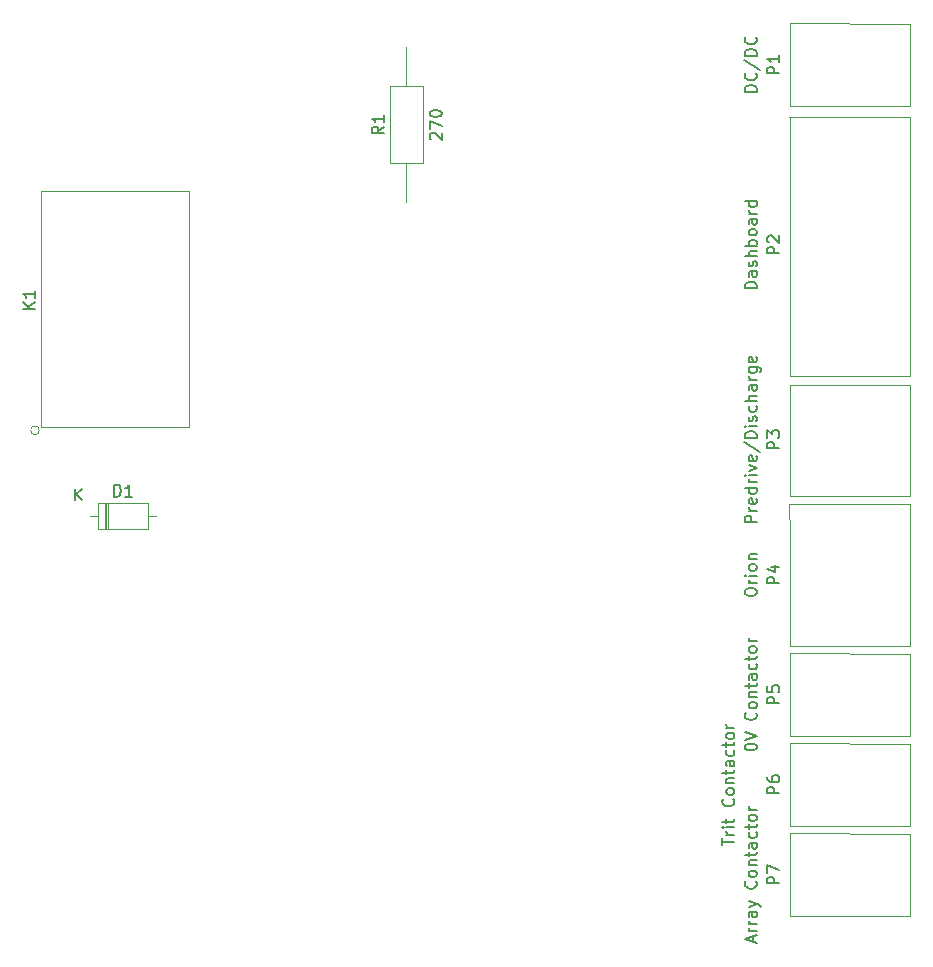
<source format=gbr>
G04 #@! TF.GenerationSoftware,KiCad,Pcbnew,(5.1.4)-1*
G04 #@! TF.CreationDate,2019-09-08T23:37:15+01:00*
G04 #@! TF.ProjectId,SafeBoard,53616665-426f-4617-9264-2e6b69636164,rev?*
G04 #@! TF.SameCoordinates,Original*
G04 #@! TF.FileFunction,Legend,Top*
G04 #@! TF.FilePolarity,Positive*
%FSLAX46Y46*%
G04 Gerber Fmt 4.6, Leading zero omitted, Abs format (unit mm)*
G04 Created by KiCad (PCBNEW (5.1.4)-1) date 2019-09-08 23:37:15*
%MOMM*%
%LPD*%
G04 APERTURE LIST*
%ADD10C,0.120000*%
%ADD11C,0.150000*%
G04 APERTURE END LIST*
D10*
X146432000Y-96312000D02*
X146432000Y-98552000D01*
X146432000Y-98552000D02*
X150672000Y-98552000D01*
X150672000Y-98552000D02*
X150672000Y-96312000D01*
X150672000Y-96312000D02*
X146432000Y-96312000D01*
X145782000Y-97432000D02*
X146432000Y-97432000D01*
X151322000Y-97432000D02*
X150672000Y-97432000D01*
X147152000Y-96312000D02*
X147152000Y-98552000D01*
X147272000Y-96312000D02*
X147272000Y-98552000D01*
X147032000Y-96312000D02*
X147032000Y-98552000D01*
X205003500Y-62697500D02*
X205003500Y-55712500D01*
X205003500Y-55712500D02*
X215163500Y-55776000D01*
X215163500Y-55776000D02*
X215163500Y-62697500D01*
X215163500Y-62697500D02*
X205003500Y-62697500D01*
X205003500Y-85557500D02*
X205003500Y-63635000D01*
X215163500Y-63635000D02*
X215163500Y-85557500D01*
X215163500Y-85557500D02*
X205003500Y-85557500D01*
X204940000Y-63635000D02*
X215227000Y-63635000D01*
X205003500Y-95717500D02*
X205003500Y-88732500D01*
X205003500Y-86295000D02*
X215163500Y-86295000D01*
X215163500Y-88796000D02*
X215163500Y-95717500D01*
X215163500Y-95717500D02*
X205003500Y-95717500D01*
X205003500Y-86295000D02*
X205003500Y-88732500D01*
X215163500Y-86295000D02*
X215163500Y-88796000D01*
X205003500Y-108417500D02*
X205003500Y-101432500D01*
X215163500Y-101496000D02*
X215163500Y-108417500D01*
X215163500Y-108417500D02*
X205003500Y-108417500D01*
X205003500Y-98995000D02*
X205003500Y-101432500D01*
X215163500Y-98995000D02*
X215163500Y-101496000D01*
X205003500Y-98995000D02*
X204940000Y-96416000D01*
X204940000Y-96416000D02*
X215227000Y-96416000D01*
X215227000Y-96416000D02*
X215163500Y-98995000D01*
X215163500Y-116037500D02*
X205003500Y-116037500D01*
X215163500Y-109116000D02*
X215163500Y-116037500D01*
X205003500Y-109052500D02*
X215163500Y-109116000D01*
X205003500Y-116037500D02*
X205003500Y-109052500D01*
X205003500Y-123657500D02*
X205003500Y-116672500D01*
X205003500Y-116672500D02*
X215163500Y-116736000D01*
X215163500Y-116736000D02*
X215163500Y-123657500D01*
X215163500Y-123657500D02*
X205003500Y-123657500D01*
X215163500Y-131277500D02*
X205003500Y-131277500D01*
X215163500Y-124356000D02*
X215163500Y-131277500D01*
X205003500Y-124292500D02*
X215163500Y-124356000D01*
X205003500Y-131277500D02*
X205003500Y-124292500D01*
X171185000Y-67555000D02*
X173925000Y-67555000D01*
X173925000Y-67555000D02*
X173925000Y-61015000D01*
X173925000Y-61015000D02*
X171185000Y-61015000D01*
X171185000Y-61015000D02*
X171185000Y-67555000D01*
X172555000Y-70865000D02*
X172555000Y-67555000D01*
X172555000Y-57705000D02*
X172555000Y-61015000D01*
X154165400Y-89913600D02*
X141617800Y-89913600D01*
X141617800Y-89913600D02*
X141617800Y-69898400D01*
X141617800Y-69898400D02*
X154165400Y-69898400D01*
X154165400Y-69898400D02*
X154165400Y-89913600D01*
X141479630Y-90167600D02*
G75*
G03X141479630Y-90167600I-369830J0D01*
G01*
D11*
X147813904Y-95764380D02*
X147813904Y-94764380D01*
X148052000Y-94764380D01*
X148194857Y-94812000D01*
X148290095Y-94907238D01*
X148337714Y-95002476D01*
X148385333Y-95192952D01*
X148385333Y-95335809D01*
X148337714Y-95526285D01*
X148290095Y-95621523D01*
X148194857Y-95716761D01*
X148052000Y-95764380D01*
X147813904Y-95764380D01*
X149337714Y-95764380D02*
X148766285Y-95764380D01*
X149052000Y-95764380D02*
X149052000Y-94764380D01*
X148956761Y-94907238D01*
X148861523Y-95002476D01*
X148766285Y-95050095D01*
X144480095Y-96084380D02*
X144480095Y-95084380D01*
X145051523Y-96084380D02*
X144622952Y-95512952D01*
X145051523Y-95084380D02*
X144480095Y-95655809D01*
X204122380Y-59943095D02*
X203122380Y-59943095D01*
X203122380Y-59562142D01*
X203170000Y-59466904D01*
X203217619Y-59419285D01*
X203312857Y-59371666D01*
X203455714Y-59371666D01*
X203550952Y-59419285D01*
X203598571Y-59466904D01*
X203646190Y-59562142D01*
X203646190Y-59943095D01*
X204122380Y-58419285D02*
X204122380Y-58990714D01*
X204122380Y-58705000D02*
X203122380Y-58705000D01*
X203265238Y-58800238D01*
X203360476Y-58895476D01*
X203408095Y-58990714D01*
X202217380Y-61490714D02*
X201217380Y-61490714D01*
X201217380Y-61252619D01*
X201265000Y-61109761D01*
X201360238Y-61014523D01*
X201455476Y-60966904D01*
X201645952Y-60919285D01*
X201788809Y-60919285D01*
X201979285Y-60966904D01*
X202074523Y-61014523D01*
X202169761Y-61109761D01*
X202217380Y-61252619D01*
X202217380Y-61490714D01*
X202122142Y-59919285D02*
X202169761Y-59966904D01*
X202217380Y-60109761D01*
X202217380Y-60205000D01*
X202169761Y-60347857D01*
X202074523Y-60443095D01*
X201979285Y-60490714D01*
X201788809Y-60538333D01*
X201645952Y-60538333D01*
X201455476Y-60490714D01*
X201360238Y-60443095D01*
X201265000Y-60347857D01*
X201217380Y-60205000D01*
X201217380Y-60109761D01*
X201265000Y-59966904D01*
X201312619Y-59919285D01*
X201169761Y-58776428D02*
X202455476Y-59633571D01*
X202217380Y-58443095D02*
X201217380Y-58443095D01*
X201217380Y-58205000D01*
X201265000Y-58062142D01*
X201360238Y-57966904D01*
X201455476Y-57919285D01*
X201645952Y-57871666D01*
X201788809Y-57871666D01*
X201979285Y-57919285D01*
X202074523Y-57966904D01*
X202169761Y-58062142D01*
X202217380Y-58205000D01*
X202217380Y-58443095D01*
X202122142Y-56871666D02*
X202169761Y-56919285D01*
X202217380Y-57062142D01*
X202217380Y-57157380D01*
X202169761Y-57300238D01*
X202074523Y-57395476D01*
X201979285Y-57443095D01*
X201788809Y-57490714D01*
X201645952Y-57490714D01*
X201455476Y-57443095D01*
X201360238Y-57395476D01*
X201265000Y-57300238D01*
X201217380Y-57157380D01*
X201217380Y-57062142D01*
X201265000Y-56919285D01*
X201312619Y-56871666D01*
X204122380Y-75183095D02*
X203122380Y-75183095D01*
X203122380Y-74802142D01*
X203170000Y-74706904D01*
X203217619Y-74659285D01*
X203312857Y-74611666D01*
X203455714Y-74611666D01*
X203550952Y-74659285D01*
X203598571Y-74706904D01*
X203646190Y-74802142D01*
X203646190Y-75183095D01*
X203217619Y-74230714D02*
X203170000Y-74183095D01*
X203122380Y-74087857D01*
X203122380Y-73849761D01*
X203170000Y-73754523D01*
X203217619Y-73706904D01*
X203312857Y-73659285D01*
X203408095Y-73659285D01*
X203550952Y-73706904D01*
X204122380Y-74278333D01*
X204122380Y-73659285D01*
X202217380Y-78135476D02*
X201217380Y-78135476D01*
X201217380Y-77897380D01*
X201265000Y-77754523D01*
X201360238Y-77659285D01*
X201455476Y-77611666D01*
X201645952Y-77564047D01*
X201788809Y-77564047D01*
X201979285Y-77611666D01*
X202074523Y-77659285D01*
X202169761Y-77754523D01*
X202217380Y-77897380D01*
X202217380Y-78135476D01*
X202217380Y-76706904D02*
X201693571Y-76706904D01*
X201598333Y-76754523D01*
X201550714Y-76849761D01*
X201550714Y-77040238D01*
X201598333Y-77135476D01*
X202169761Y-76706904D02*
X202217380Y-76802142D01*
X202217380Y-77040238D01*
X202169761Y-77135476D01*
X202074523Y-77183095D01*
X201979285Y-77183095D01*
X201884047Y-77135476D01*
X201836428Y-77040238D01*
X201836428Y-76802142D01*
X201788809Y-76706904D01*
X202169761Y-76278333D02*
X202217380Y-76183095D01*
X202217380Y-75992619D01*
X202169761Y-75897380D01*
X202074523Y-75849761D01*
X202026904Y-75849761D01*
X201931666Y-75897380D01*
X201884047Y-75992619D01*
X201884047Y-76135476D01*
X201836428Y-76230714D01*
X201741190Y-76278333D01*
X201693571Y-76278333D01*
X201598333Y-76230714D01*
X201550714Y-76135476D01*
X201550714Y-75992619D01*
X201598333Y-75897380D01*
X202217380Y-75421190D02*
X201217380Y-75421190D01*
X202217380Y-74992619D02*
X201693571Y-74992619D01*
X201598333Y-75040238D01*
X201550714Y-75135476D01*
X201550714Y-75278333D01*
X201598333Y-75373571D01*
X201645952Y-75421190D01*
X202217380Y-74516428D02*
X201217380Y-74516428D01*
X201598333Y-74516428D02*
X201550714Y-74421190D01*
X201550714Y-74230714D01*
X201598333Y-74135476D01*
X201645952Y-74087857D01*
X201741190Y-74040238D01*
X202026904Y-74040238D01*
X202122142Y-74087857D01*
X202169761Y-74135476D01*
X202217380Y-74230714D01*
X202217380Y-74421190D01*
X202169761Y-74516428D01*
X202217380Y-73468809D02*
X202169761Y-73564047D01*
X202122142Y-73611666D01*
X202026904Y-73659285D01*
X201741190Y-73659285D01*
X201645952Y-73611666D01*
X201598333Y-73564047D01*
X201550714Y-73468809D01*
X201550714Y-73325952D01*
X201598333Y-73230714D01*
X201645952Y-73183095D01*
X201741190Y-73135476D01*
X202026904Y-73135476D01*
X202122142Y-73183095D01*
X202169761Y-73230714D01*
X202217380Y-73325952D01*
X202217380Y-73468809D01*
X202217380Y-72278333D02*
X201693571Y-72278333D01*
X201598333Y-72325952D01*
X201550714Y-72421190D01*
X201550714Y-72611666D01*
X201598333Y-72706904D01*
X202169761Y-72278333D02*
X202217380Y-72373571D01*
X202217380Y-72611666D01*
X202169761Y-72706904D01*
X202074523Y-72754523D01*
X201979285Y-72754523D01*
X201884047Y-72706904D01*
X201836428Y-72611666D01*
X201836428Y-72373571D01*
X201788809Y-72278333D01*
X202217380Y-71802142D02*
X201550714Y-71802142D01*
X201741190Y-71802142D02*
X201645952Y-71754523D01*
X201598333Y-71706904D01*
X201550714Y-71611666D01*
X201550714Y-71516428D01*
X202217380Y-70754523D02*
X201217380Y-70754523D01*
X202169761Y-70754523D02*
X202217380Y-70849761D01*
X202217380Y-71040238D01*
X202169761Y-71135476D01*
X202122142Y-71183095D01*
X202026904Y-71230714D01*
X201741190Y-71230714D01*
X201645952Y-71183095D01*
X201598333Y-71135476D01*
X201550714Y-71040238D01*
X201550714Y-70849761D01*
X201598333Y-70754523D01*
X204122380Y-91693095D02*
X203122380Y-91693095D01*
X203122380Y-91312142D01*
X203170000Y-91216904D01*
X203217619Y-91169285D01*
X203312857Y-91121666D01*
X203455714Y-91121666D01*
X203550952Y-91169285D01*
X203598571Y-91216904D01*
X203646190Y-91312142D01*
X203646190Y-91693095D01*
X203122380Y-90788333D02*
X203122380Y-90169285D01*
X203503333Y-90502619D01*
X203503333Y-90359761D01*
X203550952Y-90264523D01*
X203598571Y-90216904D01*
X203693809Y-90169285D01*
X203931904Y-90169285D01*
X204027142Y-90216904D01*
X204074761Y-90264523D01*
X204122380Y-90359761D01*
X204122380Y-90645476D01*
X204074761Y-90740714D01*
X204027142Y-90788333D01*
X202217380Y-97955000D02*
X201217380Y-97955000D01*
X201217380Y-97574047D01*
X201265000Y-97478809D01*
X201312619Y-97431190D01*
X201407857Y-97383571D01*
X201550714Y-97383571D01*
X201645952Y-97431190D01*
X201693571Y-97478809D01*
X201741190Y-97574047D01*
X201741190Y-97955000D01*
X202217380Y-96955000D02*
X201550714Y-96955000D01*
X201741190Y-96955000D02*
X201645952Y-96907380D01*
X201598333Y-96859761D01*
X201550714Y-96764523D01*
X201550714Y-96669285D01*
X202169761Y-95955000D02*
X202217380Y-96050238D01*
X202217380Y-96240714D01*
X202169761Y-96335952D01*
X202074523Y-96383571D01*
X201693571Y-96383571D01*
X201598333Y-96335952D01*
X201550714Y-96240714D01*
X201550714Y-96050238D01*
X201598333Y-95955000D01*
X201693571Y-95907380D01*
X201788809Y-95907380D01*
X201884047Y-96383571D01*
X202217380Y-95050238D02*
X201217380Y-95050238D01*
X202169761Y-95050238D02*
X202217380Y-95145476D01*
X202217380Y-95335952D01*
X202169761Y-95431190D01*
X202122142Y-95478809D01*
X202026904Y-95526428D01*
X201741190Y-95526428D01*
X201645952Y-95478809D01*
X201598333Y-95431190D01*
X201550714Y-95335952D01*
X201550714Y-95145476D01*
X201598333Y-95050238D01*
X202217380Y-94574047D02*
X201550714Y-94574047D01*
X201741190Y-94574047D02*
X201645952Y-94526428D01*
X201598333Y-94478809D01*
X201550714Y-94383571D01*
X201550714Y-94288333D01*
X202217380Y-93955000D02*
X201550714Y-93955000D01*
X201217380Y-93955000D02*
X201265000Y-94002619D01*
X201312619Y-93955000D01*
X201265000Y-93907380D01*
X201217380Y-93955000D01*
X201312619Y-93955000D01*
X201550714Y-93574047D02*
X202217380Y-93335952D01*
X201550714Y-93097857D01*
X202169761Y-92335952D02*
X202217380Y-92431190D01*
X202217380Y-92621666D01*
X202169761Y-92716904D01*
X202074523Y-92764523D01*
X201693571Y-92764523D01*
X201598333Y-92716904D01*
X201550714Y-92621666D01*
X201550714Y-92431190D01*
X201598333Y-92335952D01*
X201693571Y-92288333D01*
X201788809Y-92288333D01*
X201884047Y-92764523D01*
X201169761Y-91145476D02*
X202455476Y-92002619D01*
X202217380Y-90812142D02*
X201217380Y-90812142D01*
X201217380Y-90574047D01*
X201265000Y-90431190D01*
X201360238Y-90335952D01*
X201455476Y-90288333D01*
X201645952Y-90240714D01*
X201788809Y-90240714D01*
X201979285Y-90288333D01*
X202074523Y-90335952D01*
X202169761Y-90431190D01*
X202217380Y-90574047D01*
X202217380Y-90812142D01*
X202217380Y-89812142D02*
X201550714Y-89812142D01*
X201217380Y-89812142D02*
X201265000Y-89859761D01*
X201312619Y-89812142D01*
X201265000Y-89764523D01*
X201217380Y-89812142D01*
X201312619Y-89812142D01*
X202169761Y-89383571D02*
X202217380Y-89288333D01*
X202217380Y-89097857D01*
X202169761Y-89002619D01*
X202074523Y-88955000D01*
X202026904Y-88955000D01*
X201931666Y-89002619D01*
X201884047Y-89097857D01*
X201884047Y-89240714D01*
X201836428Y-89335952D01*
X201741190Y-89383571D01*
X201693571Y-89383571D01*
X201598333Y-89335952D01*
X201550714Y-89240714D01*
X201550714Y-89097857D01*
X201598333Y-89002619D01*
X202169761Y-88097857D02*
X202217380Y-88193095D01*
X202217380Y-88383571D01*
X202169761Y-88478809D01*
X202122142Y-88526428D01*
X202026904Y-88574047D01*
X201741190Y-88574047D01*
X201645952Y-88526428D01*
X201598333Y-88478809D01*
X201550714Y-88383571D01*
X201550714Y-88193095D01*
X201598333Y-88097857D01*
X202217380Y-87669285D02*
X201217380Y-87669285D01*
X202217380Y-87240714D02*
X201693571Y-87240714D01*
X201598333Y-87288333D01*
X201550714Y-87383571D01*
X201550714Y-87526428D01*
X201598333Y-87621666D01*
X201645952Y-87669285D01*
X202217380Y-86335952D02*
X201693571Y-86335952D01*
X201598333Y-86383571D01*
X201550714Y-86478809D01*
X201550714Y-86669285D01*
X201598333Y-86764523D01*
X202169761Y-86335952D02*
X202217380Y-86431190D01*
X202217380Y-86669285D01*
X202169761Y-86764523D01*
X202074523Y-86812142D01*
X201979285Y-86812142D01*
X201884047Y-86764523D01*
X201836428Y-86669285D01*
X201836428Y-86431190D01*
X201788809Y-86335952D01*
X202217380Y-85859761D02*
X201550714Y-85859761D01*
X201741190Y-85859761D02*
X201645952Y-85812142D01*
X201598333Y-85764523D01*
X201550714Y-85669285D01*
X201550714Y-85574047D01*
X201550714Y-84812142D02*
X202360238Y-84812142D01*
X202455476Y-84859761D01*
X202503095Y-84907380D01*
X202550714Y-85002619D01*
X202550714Y-85145476D01*
X202503095Y-85240714D01*
X202169761Y-84812142D02*
X202217380Y-84907380D01*
X202217380Y-85097857D01*
X202169761Y-85193095D01*
X202122142Y-85240714D01*
X202026904Y-85288333D01*
X201741190Y-85288333D01*
X201645952Y-85240714D01*
X201598333Y-85193095D01*
X201550714Y-85097857D01*
X201550714Y-84907380D01*
X201598333Y-84812142D01*
X202169761Y-83955000D02*
X202217380Y-84050238D01*
X202217380Y-84240714D01*
X202169761Y-84335952D01*
X202074523Y-84383571D01*
X201693571Y-84383571D01*
X201598333Y-84335952D01*
X201550714Y-84240714D01*
X201550714Y-84050238D01*
X201598333Y-83955000D01*
X201693571Y-83907380D01*
X201788809Y-83907380D01*
X201884047Y-84383571D01*
X204122380Y-103123095D02*
X203122380Y-103123095D01*
X203122380Y-102742142D01*
X203170000Y-102646904D01*
X203217619Y-102599285D01*
X203312857Y-102551666D01*
X203455714Y-102551666D01*
X203550952Y-102599285D01*
X203598571Y-102646904D01*
X203646190Y-102742142D01*
X203646190Y-103123095D01*
X203455714Y-101694523D02*
X204122380Y-101694523D01*
X203074761Y-101932619D02*
X203789047Y-102170714D01*
X203789047Y-101551666D01*
X201217380Y-103932619D02*
X201217380Y-103742142D01*
X201265000Y-103646904D01*
X201360238Y-103551666D01*
X201550714Y-103504047D01*
X201884047Y-103504047D01*
X202074523Y-103551666D01*
X202169761Y-103646904D01*
X202217380Y-103742142D01*
X202217380Y-103932619D01*
X202169761Y-104027857D01*
X202074523Y-104123095D01*
X201884047Y-104170714D01*
X201550714Y-104170714D01*
X201360238Y-104123095D01*
X201265000Y-104027857D01*
X201217380Y-103932619D01*
X202217380Y-103075476D02*
X201550714Y-103075476D01*
X201741190Y-103075476D02*
X201645952Y-103027857D01*
X201598333Y-102980238D01*
X201550714Y-102885000D01*
X201550714Y-102789761D01*
X202217380Y-102456428D02*
X201550714Y-102456428D01*
X201217380Y-102456428D02*
X201265000Y-102504047D01*
X201312619Y-102456428D01*
X201265000Y-102408809D01*
X201217380Y-102456428D01*
X201312619Y-102456428D01*
X202217380Y-101837380D02*
X202169761Y-101932619D01*
X202122142Y-101980238D01*
X202026904Y-102027857D01*
X201741190Y-102027857D01*
X201645952Y-101980238D01*
X201598333Y-101932619D01*
X201550714Y-101837380D01*
X201550714Y-101694523D01*
X201598333Y-101599285D01*
X201645952Y-101551666D01*
X201741190Y-101504047D01*
X202026904Y-101504047D01*
X202122142Y-101551666D01*
X202169761Y-101599285D01*
X202217380Y-101694523D01*
X202217380Y-101837380D01*
X201550714Y-101075476D02*
X202217380Y-101075476D01*
X201645952Y-101075476D02*
X201598333Y-101027857D01*
X201550714Y-100932619D01*
X201550714Y-100789761D01*
X201598333Y-100694523D01*
X201693571Y-100646904D01*
X202217380Y-100646904D01*
X204122380Y-113283095D02*
X203122380Y-113283095D01*
X203122380Y-112902142D01*
X203170000Y-112806904D01*
X203217619Y-112759285D01*
X203312857Y-112711666D01*
X203455714Y-112711666D01*
X203550952Y-112759285D01*
X203598571Y-112806904D01*
X203646190Y-112902142D01*
X203646190Y-113283095D01*
X203122380Y-111806904D02*
X203122380Y-112283095D01*
X203598571Y-112330714D01*
X203550952Y-112283095D01*
X203503333Y-112187857D01*
X203503333Y-111949761D01*
X203550952Y-111854523D01*
X203598571Y-111806904D01*
X203693809Y-111759285D01*
X203931904Y-111759285D01*
X204027142Y-111806904D01*
X204074761Y-111854523D01*
X204122380Y-111949761D01*
X204122380Y-112187857D01*
X204074761Y-112283095D01*
X204027142Y-112330714D01*
X201217380Y-117021190D02*
X201217380Y-116925952D01*
X201265000Y-116830714D01*
X201312619Y-116783095D01*
X201407857Y-116735476D01*
X201598333Y-116687857D01*
X201836428Y-116687857D01*
X202026904Y-116735476D01*
X202122142Y-116783095D01*
X202169761Y-116830714D01*
X202217380Y-116925952D01*
X202217380Y-117021190D01*
X202169761Y-117116428D01*
X202122142Y-117164047D01*
X202026904Y-117211666D01*
X201836428Y-117259285D01*
X201598333Y-117259285D01*
X201407857Y-117211666D01*
X201312619Y-117164047D01*
X201265000Y-117116428D01*
X201217380Y-117021190D01*
X201217380Y-116402142D02*
X202217380Y-116068809D01*
X201217380Y-115735476D01*
X202122142Y-114068809D02*
X202169761Y-114116428D01*
X202217380Y-114259285D01*
X202217380Y-114354523D01*
X202169761Y-114497380D01*
X202074523Y-114592619D01*
X201979285Y-114640238D01*
X201788809Y-114687857D01*
X201645952Y-114687857D01*
X201455476Y-114640238D01*
X201360238Y-114592619D01*
X201265000Y-114497380D01*
X201217380Y-114354523D01*
X201217380Y-114259285D01*
X201265000Y-114116428D01*
X201312619Y-114068809D01*
X202217380Y-113497380D02*
X202169761Y-113592619D01*
X202122142Y-113640238D01*
X202026904Y-113687857D01*
X201741190Y-113687857D01*
X201645952Y-113640238D01*
X201598333Y-113592619D01*
X201550714Y-113497380D01*
X201550714Y-113354523D01*
X201598333Y-113259285D01*
X201645952Y-113211666D01*
X201741190Y-113164047D01*
X202026904Y-113164047D01*
X202122142Y-113211666D01*
X202169761Y-113259285D01*
X202217380Y-113354523D01*
X202217380Y-113497380D01*
X201550714Y-112735476D02*
X202217380Y-112735476D01*
X201645952Y-112735476D02*
X201598333Y-112687857D01*
X201550714Y-112592619D01*
X201550714Y-112449761D01*
X201598333Y-112354523D01*
X201693571Y-112306904D01*
X202217380Y-112306904D01*
X201550714Y-111973571D02*
X201550714Y-111592619D01*
X201217380Y-111830714D02*
X202074523Y-111830714D01*
X202169761Y-111783095D01*
X202217380Y-111687857D01*
X202217380Y-111592619D01*
X202217380Y-110830714D02*
X201693571Y-110830714D01*
X201598333Y-110878333D01*
X201550714Y-110973571D01*
X201550714Y-111164047D01*
X201598333Y-111259285D01*
X202169761Y-110830714D02*
X202217380Y-110925952D01*
X202217380Y-111164047D01*
X202169761Y-111259285D01*
X202074523Y-111306904D01*
X201979285Y-111306904D01*
X201884047Y-111259285D01*
X201836428Y-111164047D01*
X201836428Y-110925952D01*
X201788809Y-110830714D01*
X202169761Y-109925952D02*
X202217380Y-110021190D01*
X202217380Y-110211666D01*
X202169761Y-110306904D01*
X202122142Y-110354523D01*
X202026904Y-110402142D01*
X201741190Y-110402142D01*
X201645952Y-110354523D01*
X201598333Y-110306904D01*
X201550714Y-110211666D01*
X201550714Y-110021190D01*
X201598333Y-109925952D01*
X201550714Y-109640238D02*
X201550714Y-109259285D01*
X201217380Y-109497380D02*
X202074523Y-109497380D01*
X202169761Y-109449761D01*
X202217380Y-109354523D01*
X202217380Y-109259285D01*
X202217380Y-108783095D02*
X202169761Y-108878333D01*
X202122142Y-108925952D01*
X202026904Y-108973571D01*
X201741190Y-108973571D01*
X201645952Y-108925952D01*
X201598333Y-108878333D01*
X201550714Y-108783095D01*
X201550714Y-108640238D01*
X201598333Y-108545000D01*
X201645952Y-108497380D01*
X201741190Y-108449761D01*
X202026904Y-108449761D01*
X202122142Y-108497380D01*
X202169761Y-108545000D01*
X202217380Y-108640238D01*
X202217380Y-108783095D01*
X202217380Y-108021190D02*
X201550714Y-108021190D01*
X201741190Y-108021190D02*
X201645952Y-107973571D01*
X201598333Y-107925952D01*
X201550714Y-107830714D01*
X201550714Y-107735476D01*
X204122380Y-120903095D02*
X203122380Y-120903095D01*
X203122380Y-120522142D01*
X203170000Y-120426904D01*
X203217619Y-120379285D01*
X203312857Y-120331666D01*
X203455714Y-120331666D01*
X203550952Y-120379285D01*
X203598571Y-120426904D01*
X203646190Y-120522142D01*
X203646190Y-120903095D01*
X203122380Y-119474523D02*
X203122380Y-119665000D01*
X203170000Y-119760238D01*
X203217619Y-119807857D01*
X203360476Y-119903095D01*
X203550952Y-119950714D01*
X203931904Y-119950714D01*
X204027142Y-119903095D01*
X204074761Y-119855476D01*
X204122380Y-119760238D01*
X204122380Y-119569761D01*
X204074761Y-119474523D01*
X204027142Y-119426904D01*
X203931904Y-119379285D01*
X203693809Y-119379285D01*
X203598571Y-119426904D01*
X203550952Y-119474523D01*
X203503333Y-119569761D01*
X203503333Y-119760238D01*
X203550952Y-119855476D01*
X203598571Y-119903095D01*
X203693809Y-119950714D01*
X199312380Y-125284047D02*
X199312380Y-124712619D01*
X200312380Y-124998333D02*
X199312380Y-124998333D01*
X200312380Y-124379285D02*
X199645714Y-124379285D01*
X199836190Y-124379285D02*
X199740952Y-124331666D01*
X199693333Y-124284047D01*
X199645714Y-124188809D01*
X199645714Y-124093571D01*
X200312380Y-123760238D02*
X199645714Y-123760238D01*
X199312380Y-123760238D02*
X199360000Y-123807857D01*
X199407619Y-123760238D01*
X199360000Y-123712619D01*
X199312380Y-123760238D01*
X199407619Y-123760238D01*
X199645714Y-123426904D02*
X199645714Y-123045952D01*
X199312380Y-123284047D02*
X200169523Y-123284047D01*
X200264761Y-123236428D01*
X200312380Y-123141190D01*
X200312380Y-123045952D01*
X200217142Y-121379285D02*
X200264761Y-121426904D01*
X200312380Y-121569761D01*
X200312380Y-121665000D01*
X200264761Y-121807857D01*
X200169523Y-121903095D01*
X200074285Y-121950714D01*
X199883809Y-121998333D01*
X199740952Y-121998333D01*
X199550476Y-121950714D01*
X199455238Y-121903095D01*
X199360000Y-121807857D01*
X199312380Y-121665000D01*
X199312380Y-121569761D01*
X199360000Y-121426904D01*
X199407619Y-121379285D01*
X200312380Y-120807857D02*
X200264761Y-120903095D01*
X200217142Y-120950714D01*
X200121904Y-120998333D01*
X199836190Y-120998333D01*
X199740952Y-120950714D01*
X199693333Y-120903095D01*
X199645714Y-120807857D01*
X199645714Y-120665000D01*
X199693333Y-120569761D01*
X199740952Y-120522142D01*
X199836190Y-120474523D01*
X200121904Y-120474523D01*
X200217142Y-120522142D01*
X200264761Y-120569761D01*
X200312380Y-120665000D01*
X200312380Y-120807857D01*
X199645714Y-120045952D02*
X200312380Y-120045952D01*
X199740952Y-120045952D02*
X199693333Y-119998333D01*
X199645714Y-119903095D01*
X199645714Y-119760238D01*
X199693333Y-119665000D01*
X199788571Y-119617380D01*
X200312380Y-119617380D01*
X199645714Y-119284047D02*
X199645714Y-118903095D01*
X199312380Y-119141190D02*
X200169523Y-119141190D01*
X200264761Y-119093571D01*
X200312380Y-118998333D01*
X200312380Y-118903095D01*
X200312380Y-118141190D02*
X199788571Y-118141190D01*
X199693333Y-118188809D01*
X199645714Y-118284047D01*
X199645714Y-118474523D01*
X199693333Y-118569761D01*
X200264761Y-118141190D02*
X200312380Y-118236428D01*
X200312380Y-118474523D01*
X200264761Y-118569761D01*
X200169523Y-118617380D01*
X200074285Y-118617380D01*
X199979047Y-118569761D01*
X199931428Y-118474523D01*
X199931428Y-118236428D01*
X199883809Y-118141190D01*
X200264761Y-117236428D02*
X200312380Y-117331666D01*
X200312380Y-117522142D01*
X200264761Y-117617380D01*
X200217142Y-117665000D01*
X200121904Y-117712619D01*
X199836190Y-117712619D01*
X199740952Y-117665000D01*
X199693333Y-117617380D01*
X199645714Y-117522142D01*
X199645714Y-117331666D01*
X199693333Y-117236428D01*
X199645714Y-116950714D02*
X199645714Y-116569761D01*
X199312380Y-116807857D02*
X200169523Y-116807857D01*
X200264761Y-116760238D01*
X200312380Y-116665000D01*
X200312380Y-116569761D01*
X200312380Y-116093571D02*
X200264761Y-116188809D01*
X200217142Y-116236428D01*
X200121904Y-116284047D01*
X199836190Y-116284047D01*
X199740952Y-116236428D01*
X199693333Y-116188809D01*
X199645714Y-116093571D01*
X199645714Y-115950714D01*
X199693333Y-115855476D01*
X199740952Y-115807857D01*
X199836190Y-115760238D01*
X200121904Y-115760238D01*
X200217142Y-115807857D01*
X200264761Y-115855476D01*
X200312380Y-115950714D01*
X200312380Y-116093571D01*
X200312380Y-115331666D02*
X199645714Y-115331666D01*
X199836190Y-115331666D02*
X199740952Y-115284047D01*
X199693333Y-115236428D01*
X199645714Y-115141190D01*
X199645714Y-115045952D01*
X204122380Y-128523095D02*
X203122380Y-128523095D01*
X203122380Y-128142142D01*
X203170000Y-128046904D01*
X203217619Y-127999285D01*
X203312857Y-127951666D01*
X203455714Y-127951666D01*
X203550952Y-127999285D01*
X203598571Y-128046904D01*
X203646190Y-128142142D01*
X203646190Y-128523095D01*
X203122380Y-127618333D02*
X203122380Y-126951666D01*
X204122380Y-127380238D01*
X201931666Y-133475476D02*
X201931666Y-132999285D01*
X202217380Y-133570714D02*
X201217380Y-133237380D01*
X202217380Y-132904047D01*
X202217380Y-132570714D02*
X201550714Y-132570714D01*
X201741190Y-132570714D02*
X201645952Y-132523095D01*
X201598333Y-132475476D01*
X201550714Y-132380238D01*
X201550714Y-132285000D01*
X202217380Y-131951666D02*
X201550714Y-131951666D01*
X201741190Y-131951666D02*
X201645952Y-131904047D01*
X201598333Y-131856428D01*
X201550714Y-131761190D01*
X201550714Y-131665952D01*
X202217380Y-130904047D02*
X201693571Y-130904047D01*
X201598333Y-130951666D01*
X201550714Y-131046904D01*
X201550714Y-131237380D01*
X201598333Y-131332619D01*
X202169761Y-130904047D02*
X202217380Y-130999285D01*
X202217380Y-131237380D01*
X202169761Y-131332619D01*
X202074523Y-131380238D01*
X201979285Y-131380238D01*
X201884047Y-131332619D01*
X201836428Y-131237380D01*
X201836428Y-130999285D01*
X201788809Y-130904047D01*
X201550714Y-130523095D02*
X202217380Y-130285000D01*
X201550714Y-130046904D02*
X202217380Y-130285000D01*
X202455476Y-130380238D01*
X202503095Y-130427857D01*
X202550714Y-130523095D01*
X202122142Y-128332619D02*
X202169761Y-128380238D01*
X202217380Y-128523095D01*
X202217380Y-128618333D01*
X202169761Y-128761190D01*
X202074523Y-128856428D01*
X201979285Y-128904047D01*
X201788809Y-128951666D01*
X201645952Y-128951666D01*
X201455476Y-128904047D01*
X201360238Y-128856428D01*
X201265000Y-128761190D01*
X201217380Y-128618333D01*
X201217380Y-128523095D01*
X201265000Y-128380238D01*
X201312619Y-128332619D01*
X202217380Y-127761190D02*
X202169761Y-127856428D01*
X202122142Y-127904047D01*
X202026904Y-127951666D01*
X201741190Y-127951666D01*
X201645952Y-127904047D01*
X201598333Y-127856428D01*
X201550714Y-127761190D01*
X201550714Y-127618333D01*
X201598333Y-127523095D01*
X201645952Y-127475476D01*
X201741190Y-127427857D01*
X202026904Y-127427857D01*
X202122142Y-127475476D01*
X202169761Y-127523095D01*
X202217380Y-127618333D01*
X202217380Y-127761190D01*
X201550714Y-126999285D02*
X202217380Y-126999285D01*
X201645952Y-126999285D02*
X201598333Y-126951666D01*
X201550714Y-126856428D01*
X201550714Y-126713571D01*
X201598333Y-126618333D01*
X201693571Y-126570714D01*
X202217380Y-126570714D01*
X201550714Y-126237380D02*
X201550714Y-125856428D01*
X201217380Y-126094523D02*
X202074523Y-126094523D01*
X202169761Y-126046904D01*
X202217380Y-125951666D01*
X202217380Y-125856428D01*
X202217380Y-125094523D02*
X201693571Y-125094523D01*
X201598333Y-125142142D01*
X201550714Y-125237380D01*
X201550714Y-125427857D01*
X201598333Y-125523095D01*
X202169761Y-125094523D02*
X202217380Y-125189761D01*
X202217380Y-125427857D01*
X202169761Y-125523095D01*
X202074523Y-125570714D01*
X201979285Y-125570714D01*
X201884047Y-125523095D01*
X201836428Y-125427857D01*
X201836428Y-125189761D01*
X201788809Y-125094523D01*
X202169761Y-124189761D02*
X202217380Y-124285000D01*
X202217380Y-124475476D01*
X202169761Y-124570714D01*
X202122142Y-124618333D01*
X202026904Y-124665952D01*
X201741190Y-124665952D01*
X201645952Y-124618333D01*
X201598333Y-124570714D01*
X201550714Y-124475476D01*
X201550714Y-124285000D01*
X201598333Y-124189761D01*
X201550714Y-123904047D02*
X201550714Y-123523095D01*
X201217380Y-123761190D02*
X202074523Y-123761190D01*
X202169761Y-123713571D01*
X202217380Y-123618333D01*
X202217380Y-123523095D01*
X202217380Y-123046904D02*
X202169761Y-123142142D01*
X202122142Y-123189761D01*
X202026904Y-123237380D01*
X201741190Y-123237380D01*
X201645952Y-123189761D01*
X201598333Y-123142142D01*
X201550714Y-123046904D01*
X201550714Y-122904047D01*
X201598333Y-122808809D01*
X201645952Y-122761190D01*
X201741190Y-122713571D01*
X202026904Y-122713571D01*
X202122142Y-122761190D01*
X202169761Y-122808809D01*
X202217380Y-122904047D01*
X202217380Y-123046904D01*
X202217380Y-122285000D02*
X201550714Y-122285000D01*
X201741190Y-122285000D02*
X201645952Y-122237380D01*
X201598333Y-122189761D01*
X201550714Y-122094523D01*
X201550714Y-121999285D01*
X170637380Y-64451666D02*
X170161190Y-64785000D01*
X170637380Y-65023095D02*
X169637380Y-65023095D01*
X169637380Y-64642142D01*
X169685000Y-64546904D01*
X169732619Y-64499285D01*
X169827857Y-64451666D01*
X169970714Y-64451666D01*
X170065952Y-64499285D01*
X170113571Y-64546904D01*
X170161190Y-64642142D01*
X170161190Y-65023095D01*
X170637380Y-63499285D02*
X170637380Y-64070714D01*
X170637380Y-63785000D02*
X169637380Y-63785000D01*
X169780238Y-63880238D01*
X169875476Y-63975476D01*
X169923095Y-64070714D01*
X174642619Y-65523095D02*
X174595000Y-65475476D01*
X174547380Y-65380238D01*
X174547380Y-65142142D01*
X174595000Y-65046904D01*
X174642619Y-64999285D01*
X174737857Y-64951666D01*
X174833095Y-64951666D01*
X174975952Y-64999285D01*
X175547380Y-65570714D01*
X175547380Y-64951666D01*
X174547380Y-64618333D02*
X174547380Y-63951666D01*
X175547380Y-64380238D01*
X174547380Y-63380238D02*
X174547380Y-63285000D01*
X174595000Y-63189761D01*
X174642619Y-63142142D01*
X174737857Y-63094523D01*
X174928333Y-63046904D01*
X175166428Y-63046904D01*
X175356904Y-63094523D01*
X175452142Y-63142142D01*
X175499761Y-63189761D01*
X175547380Y-63285000D01*
X175547380Y-63380238D01*
X175499761Y-63475476D01*
X175452142Y-63523095D01*
X175356904Y-63570714D01*
X175166428Y-63618333D01*
X174928333Y-63618333D01*
X174737857Y-63570714D01*
X174642619Y-63523095D01*
X174595000Y-63475476D01*
X174547380Y-63380238D01*
X141104980Y-79882095D02*
X140104980Y-79882095D01*
X141104980Y-79310666D02*
X140533552Y-79739238D01*
X140104980Y-79310666D02*
X140676409Y-79882095D01*
X141104980Y-78358285D02*
X141104980Y-78929714D01*
X141104980Y-78644000D02*
X140104980Y-78644000D01*
X140247838Y-78739238D01*
X140343076Y-78834476D01*
X140390695Y-78929714D01*
M02*

</source>
